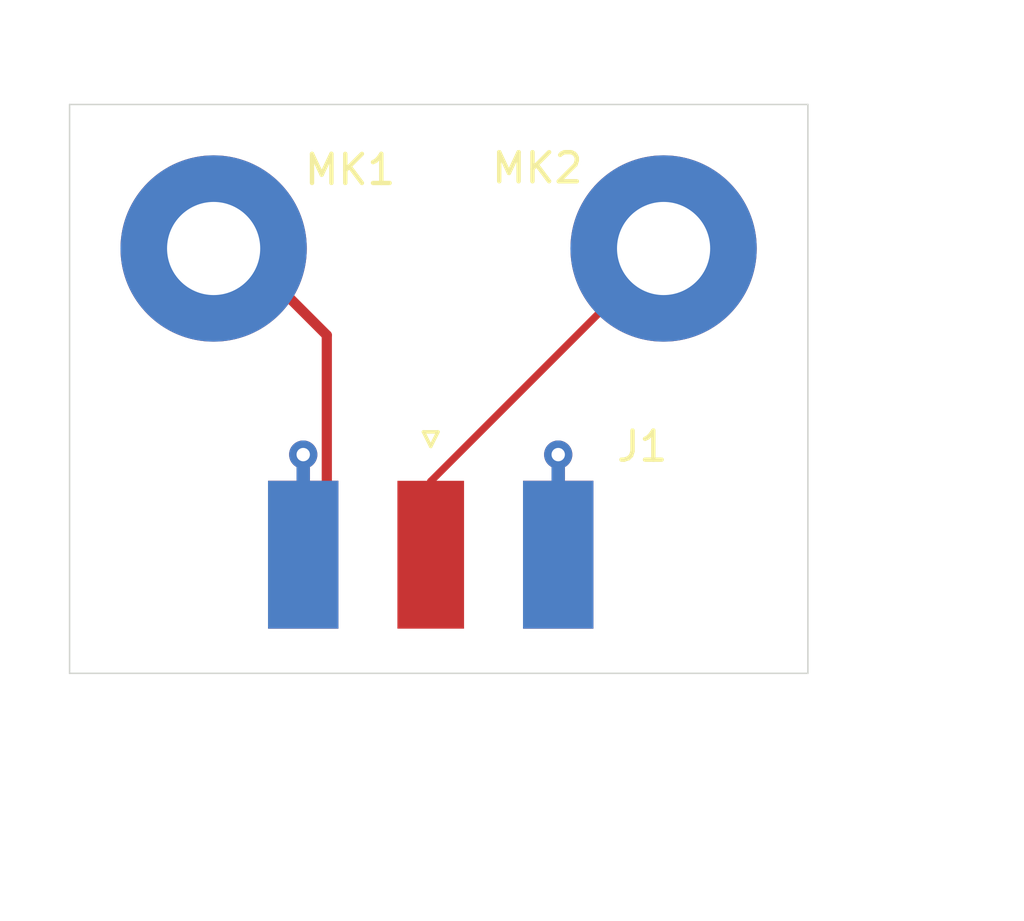
<source format=kicad_pcb>
(kicad_pcb (version 20171130) (host pcbnew "(5.1.7-0-10_14)")

  (general
    (thickness 1.6)
    (drawings 7)
    (tracks 7)
    (zones 0)
    (modules 3)
    (nets 4)
  )

  (page A4)
  (title_block
    (title "Antenna Deployment")
    (date 2020-10-11)
    (rev v01)
    (company "UC Berkeley QubeSat")
    (comment 4 "Author: Jamie Walton")
  )

  (layers
    (0 F.Cu signal)
    (31 B.Cu signal)
    (32 B.Adhes user)
    (33 F.Adhes user)
    (34 B.Paste user)
    (35 F.Paste user)
    (36 B.SilkS user)
    (37 F.SilkS user)
    (38 B.Mask user)
    (39 F.Mask user)
    (40 Dwgs.User user)
    (41 Cmts.User user)
    (42 Eco1.User user)
    (43 Eco2.User user)
    (44 Edge.Cuts user)
    (45 Margin user)
    (46 B.CrtYd user)
    (47 F.CrtYd user)
    (48 B.Fab user)
    (49 F.Fab user)
  )

  (setup
    (last_trace_width 0.25)
    (trace_clearance 0.2)
    (zone_clearance 0.508)
    (zone_45_only no)
    (trace_min 0.2)
    (via_size 0.8)
    (via_drill 0.4)
    (via_min_size 0.4)
    (via_min_drill 0.3)
    (uvia_size 0.3)
    (uvia_drill 0.1)
    (uvias_allowed no)
    (uvia_min_size 0.2)
    (uvia_min_drill 0.1)
    (edge_width 0.05)
    (segment_width 0.2)
    (pcb_text_width 0.3)
    (pcb_text_size 1.5 1.5)
    (mod_edge_width 0.12)
    (mod_text_size 1 1)
    (mod_text_width 0.15)
    (pad_size 5.08 2.42)
    (pad_drill 0)
    (pad_to_mask_clearance 0.0508)
    (aux_axis_origin 0 0)
    (visible_elements FFFFFF7F)
    (pcbplotparams
      (layerselection 0x010fc_ffffffff)
      (usegerberextensions false)
      (usegerberattributes true)
      (usegerberadvancedattributes true)
      (creategerberjobfile true)
      (excludeedgelayer true)
      (linewidth 0.100000)
      (plotframeref false)
      (viasonmask false)
      (mode 1)
      (useauxorigin false)
      (hpglpennumber 1)
      (hpglpenspeed 20)
      (hpglpendiameter 15.000000)
      (psnegative false)
      (psa4output false)
      (plotreference true)
      (plotvalue true)
      (plotinvisibletext false)
      (padsonsilk false)
      (subtractmaskfromsilk false)
      (outputformat 1)
      (mirror false)
      (drillshape 1)
      (scaleselection 1)
      (outputdirectory ""))
  )

  (net 0 "")
  (net 1 "Net-(J1-Pad2)")
  (net 2 "Net-(J1-Pad1)")
  (net 3 "Net-(J1-Pad3)")

  (net_class Default "This is the default net class."
    (clearance 0.2)
    (trace_width 0.25)
    (via_dia 0.8)
    (via_drill 0.4)
    (uvia_dia 0.3)
    (uvia_drill 0.1)
    (add_net "Net-(J1-Pad1)")
    (add_net "Net-(J1-Pad2)")
    (add_net "Net-(J1-Pad3)")
  )

  (module MountingHole:MountingHole_3.2mm_M3_Pad (layer F.Cu) (tedit 56D1B4CB) (tstamp 5F851C79)
    (at 158 111.19966)
    (descr "Mounting Hole 3.2mm, M3")
    (tags "mounting hole 3.2mm m3")
    (path /5F888D11)
    (attr virtual)
    (fp_text reference MK2 (at -4.33762 -2.76452) (layer F.SilkS)
      (effects (font (size 1 1) (thickness 0.15)))
    )
    (fp_text value Mounting_Hole_PAD (at 0 4.2) (layer F.Fab)
      (effects (font (size 1 1) (thickness 0.15)))
    )
    (fp_circle (center 0 0) (end 3.2 0) (layer Cmts.User) (width 0.15))
    (fp_circle (center 0 0) (end 3.45 0) (layer F.CrtYd) (width 0.05))
    (fp_text user %R (at 0.3 0) (layer F.Fab)
      (effects (font (size 1 1) (thickness 0.15)))
    )
    (pad 1 thru_hole circle (at 0 0) (size 6.4 6.4) (drill 3.2) (layers *.Cu *.Mask)
      (net 1 "Net-(J1-Pad2)"))
  )

  (module MountingHole:MountingHole_3.2mm_M3_Pad (layer F.Cu) (tedit 56D1B4CB) (tstamp 5F864D73)
    (at 142.542 111.19966)
    (descr "Mounting Hole 3.2mm, M3")
    (tags "mounting hole 3.2mm m3")
    (path /5F88809F)
    (attr virtual)
    (fp_text reference MK1 (at 4.6891 -2.7061) (layer F.SilkS)
      (effects (font (size 1 1) (thickness 0.15)))
    )
    (fp_text value Mounting_Hole_PAD (at 0 4.2) (layer F.Fab)
      (effects (font (size 1 1) (thickness 0.15)))
    )
    (fp_circle (center 0 0) (end 3.2 0) (layer Cmts.User) (width 0.15))
    (fp_circle (center 0 0) (end 3.45 0) (layer F.CrtYd) (width 0.05))
    (fp_text user %R (at 0.3 0) (layer F.Fab)
      (effects (font (size 1 1) (thickness 0.15)))
    )
    (pad 1 thru_hole circle (at 0 0) (size 6.4 6.4) (drill 3.2) (layers *.Cu *.Mask)
      (net 3 "Net-(J1-Pad3)"))
  )

  (module Connector_Coaxial:SMA_Molex_73251-1153_EdgeMount_Horizontal (layer F.Cu) (tedit 5F853CE0) (tstamp 5F851C69)
    (at 150 120 90)
    (descr "Molex SMA RF Connectors, Edge Mount, (http://www.molex.com/pdm_docs/sd/732511150_sd.pdf)")
    (tags "sma edge")
    (path /5F88B3BB)
    (attr smd)
    (fp_text reference J1 (at 2.00176 7.26664 180) (layer F.SilkS)
      (effects (font (size 1 1) (thickness 0.15)))
    )
    (fp_text value Conn_01x03 (at -1.72 -7.11 90) (layer F.Fab)
      (effects (font (size 1 1) (thickness 0.15)))
    )
    (fp_line (start -5.91 4.76) (end 0.49 4.76) (layer F.Fab) (width 0.1))
    (fp_line (start -5.91 -4.76) (end -5.91 4.76) (layer F.Fab) (width 0.1))
    (fp_line (start 0.49 -4.76) (end -5.91 -4.76) (layer F.Fab) (width 0.1))
    (fp_line (start -4.76 -3.75) (end -4.76 3.75) (layer F.Fab) (width 0.1))
    (fp_line (start -13.79 2.65) (end -5.91 2.65) (layer F.Fab) (width 0.1))
    (fp_line (start -13.79 -2.65) (end -13.79 2.65) (layer F.Fab) (width 0.1))
    (fp_line (start -13.79 -2.65) (end -5.91 -2.65) (layer F.Fab) (width 0.1))
    (fp_line (start -4.76 3.75) (end 0.49 3.75) (layer F.Fab) (width 0.1))
    (fp_line (start -4.76 -3.75) (end 0.49 -3.75) (layer F.Fab) (width 0.1))
    (fp_line (start 2.71 -6.09) (end -14.29 -6.09) (layer F.CrtYd) (width 0.05))
    (fp_line (start 2.71 -6.09) (end 2.71 6.09) (layer F.CrtYd) (width 0.05))
    (fp_line (start -14.29 6.09) (end 2.71 6.09) (layer B.CrtYd) (width 0.05))
    (fp_line (start -14.29 -6.09) (end -14.29 6.09) (layer B.CrtYd) (width 0.05))
    (fp_line (start -14.29 -6.09) (end 2.71 -6.09) (layer B.CrtYd) (width 0.05))
    (fp_line (start 2.71 -6.09) (end 2.71 6.09) (layer B.CrtYd) (width 0.05))
    (fp_line (start -14.29 6.09) (end 2.71 6.09) (layer F.CrtYd) (width 0.05))
    (fp_line (start -14.29 -6.09) (end -14.29 6.09) (layer F.CrtYd) (width 0.05))
    (fp_line (start 0.49 -4.76) (end 0.49 -3.75) (layer F.Fab) (width 0.1))
    (fp_line (start 0.49 3.75) (end 0.49 4.76) (layer F.Fab) (width 0.1))
    (fp_line (start 0.49 -0.38) (end 0.49 0.38) (layer F.Fab) (width 0.1))
    (fp_line (start -4.76 0.38) (end 0.49 0.38) (layer F.Fab) (width 0.1))
    (fp_line (start -4.76 -0.38) (end 0.49 -0.38) (layer F.Fab) (width 0.1))
    (fp_line (start 2 0) (end 2.5 -0.25) (layer F.SilkS) (width 0.12))
    (fp_line (start 2.5 -0.25) (end 2.5 0.25) (layer F.SilkS) (width 0.12))
    (fp_line (start 2.5 0.25) (end 2 0) (layer F.SilkS) (width 0.12))
    (fp_line (start 2.5 -0.25) (end 2 0) (layer F.Fab) (width 0.1))
    (fp_line (start 2 0) (end 2.5 0.25) (layer F.Fab) (width 0.1))
    (fp_line (start 2.5 0.25) (end 2.5 -0.25) (layer F.Fab) (width 0.1))
    (fp_text user %R (at 2.00176 7.26664 180) (layer F.Fab)
      (effects (font (size 1 1) (thickness 0.15)))
    )
    (pad 2 smd rect (at -1.72 0 90) (size 5.08 2.29) (layers F.Cu F.Paste F.Mask)
      (net 1 "Net-(J1-Pad2)"))
    (pad 3 smd rect (at -1.72 -4.38 90) (size 5.08 2.42) (layers F.Cu F.Paste F.Mask)
      (net 3 "Net-(J1-Pad3)"))
    (pad 1 smd rect (at -1.72 4.38 90) (size 5.08 2.42) (layers F.Cu F.Paste F.Mask)
      (net 2 "Net-(J1-Pad1)"))
    (pad 2 smd rect (at -1.72 -4.38 90) (size 5.08 2.42) (layers B.Cu B.Paste B.Mask)
      (net 1 "Net-(J1-Pad2)"))
    (pad 2 smd rect (at -1.72 4.38 90) (size 5.08 2.42) (layers B.Cu B.Paste B.Mask)
      (net 1 "Net-(J1-Pad2)"))
    (pad 2 thru_hole circle (at 1.72 -4.38 90) (size 0.97 0.97) (drill 0.46) (layers *.Cu)
      (net 1 "Net-(J1-Pad2)"))
    (pad 2 thru_hole circle (at 1.72 4.38 90) (size 0.97 0.97) (drill 0.46) (layers *.Cu)
      (net 1 "Net-(J1-Pad2)"))
    (pad 2 smd rect (at 1.27 -4.38 90) (size 0.95 0.46) (layers F.Cu)
      (net 1 "Net-(J1-Pad2)"))
    (pad 2 smd rect (at 1.27 4.38 90) (size 0.95 0.46) (layers F.Cu)
      (net 1 "Net-(J1-Pad2)"))
    (pad 2 smd rect (at 1.27 -4.38 90) (size 0.95 0.46) (layers B.Cu)
      (net 1 "Net-(J1-Pad2)"))
    (pad 2 smd rect (at 1.27 4.38 90) (size 0.95 0.46) (layers B.Cu)
      (net 1 "Net-(J1-Pad2)"))
    (model ${KISYS3DMOD}/Connector_Coaxial.3dshapes/SMA_Molex_73251-1153_EdgeMount_Horizontal.wrl
      (at (xyz 0 0 0))
      (scale (xyz 1 1 1))
      (rotate (xyz 0 0 0))
    )
  )

  (gr_line (start 162.95764 125.79488) (end 137.59294 125.79488) (layer Edge.Cuts) (width 0.05) (tstamp 5F8CBAB9))
  (gr_line (start 162.95764 106.25188) (end 162.95764 125.79488) (layer Edge.Cuts) (width 0.05) (tstamp 5F8CBA03))
  (gr_line (start 162.95764 106.25188) (end 137.59294 106.25188) (layer Edge.Cuts) (width 0.05))
  (gr_line (start 137.59294 106.25188) (end 137.59294 125.79488) (layer Edge.Cuts) (width 0.05))
  (dimension 3.03022 (width 0.15) (layer Dwgs.User)
    (gr_text "3.00 mm" (at 144.01927 103.3607) (layer Dwgs.User)
      (effects (font (size 1 1) (thickness 0.15)))
    )
    (feature1 (pts (xy 145.53438 111.32312) (xy 145.53438 104.074279)))
    (feature2 (pts (xy 142.50416 111.32312) (xy 142.50416 104.074279)))
    (crossbar (pts (xy 142.50416 104.6607) (xy 145.53438 104.6607)))
    (arrow1a (pts (xy 145.53438 104.6607) (xy 144.407876 105.247121)))
    (arrow1b (pts (xy 145.53438 104.6607) (xy 144.407876 104.074279)))
    (arrow2a (pts (xy 142.50416 104.6607) (xy 143.630664 105.247121)))
    (arrow2b (pts (xy 142.50416 104.6607) (xy 143.630664 104.074279)))
  )
  (dimension 7.924807 (width 0.15) (layer Dwgs.User) (tstamp 5F853292)
    (gr_text "8.00 mm" (at 154.194907 103.365781 359.9) (layer Dwgs.User) (tstamp 5F853292)
      (effects (font (size 1 1) (thickness 0.15)))
    )
    (feature1 (pts (xy 158.147535 110.992918) (xy 158.156392 104.08444)))
    (feature2 (pts (xy 150.222735 110.982758) (xy 150.231592 104.07428)))
    (crossbar (pts (xy 150.23084 104.6607) (xy 158.15564 104.67086)))
    (arrow1a (pts (xy 158.15564 104.67086) (xy 157.028385 105.255836)))
    (arrow1b (pts (xy 158.15564 104.67086) (xy 157.029889 104.082996)))
    (arrow2a (pts (xy 150.23084 104.6607) (xy 151.356591 105.248564)))
    (arrow2b (pts (xy 150.23084 104.6607) (xy 151.358095 104.075724)))
  )
  (dimension 7.924807 (width 0.15) (layer Dwgs.User)
    (gr_text "8.00 mm" (at 169.041599 115.190667 89.9) (layer Dwgs.User)
      (effects (font (size 1 1) (thickness 0.15)))
    )
    (feature1 (pts (xy 158.066434 119.139002) (xy 168.32294 119.152151)))
    (feature2 (pts (xy 158.076594 111.214202) (xy 168.3331 111.227351)))
    (crossbar (pts (xy 167.74668 111.2266) (xy 167.73652 119.1514)))
    (arrow1a (pts (xy 167.73652 119.1514) (xy 167.151544 118.024145)))
    (arrow1b (pts (xy 167.73652 119.1514) (xy 168.324384 118.025649)))
    (arrow2a (pts (xy 167.74668 111.2266) (xy 167.158816 112.352351)))
    (arrow2b (pts (xy 167.74668 111.2266) (xy 168.331656 112.353855)))
  )

  (segment (start 158 110.29034) (end 157.92804 110.29034) (width 0.25) (layer F.Cu) (net 1))
  (segment (start 150 119.19966) (end 150 121.72) (width 0.25) (layer F.Cu) (net 1))
  (segment (start 158 111.19966) (end 150 119.19966) (width 0.25) (layer F.Cu) (net 1))
  (segment (start 142.542 110.29034) (end 142.542 113.20754) (width 0.25) (layer F.Cu) (net 3))
  (segment (start 146.430001 120.909999) (end 145.62 121.72) (width 0.25) (layer F.Cu) (net 3))
  (segment (start 146.430001 114.178341) (end 146.430001 120.909999) (width 0.35052) (layer F.Cu) (net 3))
  (segment (start 142.542 110.29034) (end 146.430001 114.178341) (width 0.35052) (layer F.Cu) (net 3))

)

</source>
